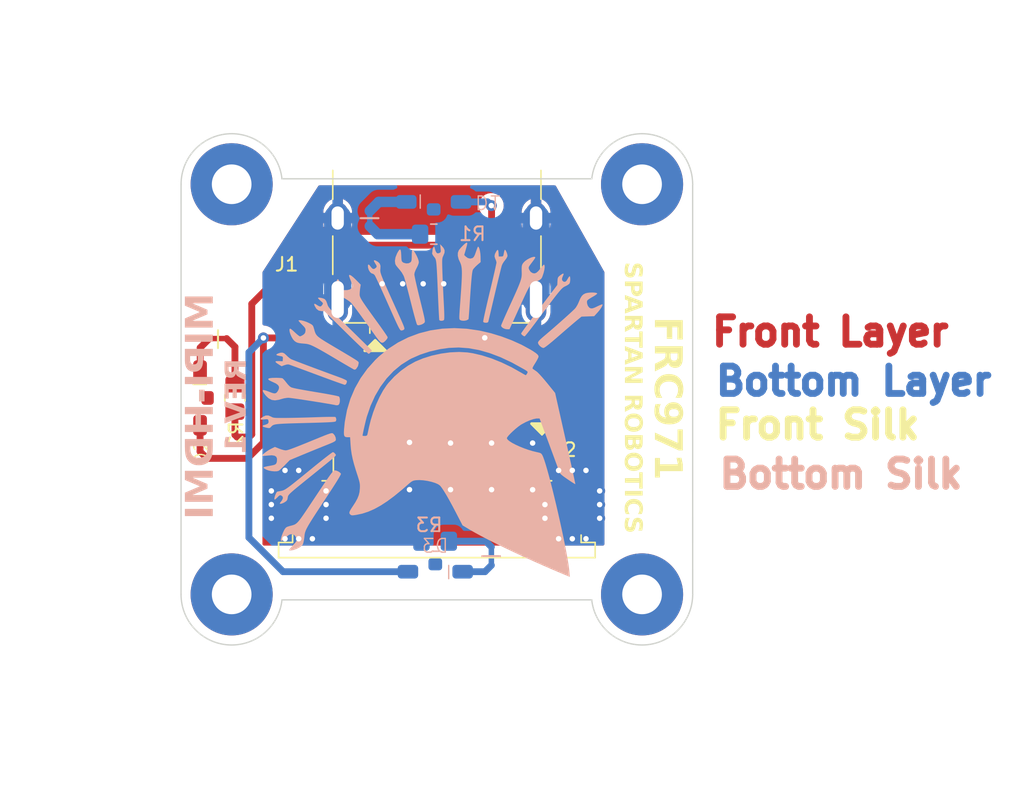
<source format=kicad_pcb>
(kicad_pcb (version 20221018) (generator pcbnew)
  (title_block (title "MIPI to HDMI") (date "2023-10-28") (rev "R1") (company "MVHS ROBOTICS FRC971") (comment 1 "Alexander Lenkov") (comment 2 "Scott Berman"))
  (layers (0 "F.Cu" signal) (31 "B.Cu" signal) (34 "B.Paste" user) (35 "F.Paste" user) (36 "B.SilkS" user "B.Silkscreen") (37 "F.SilkS" user "F.Silkscreen") (38 "B.Mask" user) (39 "F.Mask" user) (44 "Edge.Cuts" user))
  (net 0 "")
  (net 1 "+3V3")
  (net 2 "/CAM_CK_P")
  (net 3 "/CAM_CK_N")
  (net 4 "/CAM_D1_P")
  (net 5 "/CAM_D1_N")
  (net 6 "/CAM_D0_P")
  (net 7 "/CAM_D0_N")
  (net 10 "/CAM_SCL")
  (net 11 "/CAM_SDA")
  (net 12 "GND")
  (net 14 "/CAM_MCLK")
  (net 15 "/PWR_DN_LS")
  (net 16 "Net-(D1-K)")
  (net 17 "Net-(D2-K)")
  (net 18 "Net-(D3-K)")
  (footprint "Connector_HDMI:HDMI_A_Molex_208658-1001_Horizontal" (layer "F.Cu") (at 113.8 77.105 90)
    (fp_text reference "J1" (at 0.045 -10.98) (layer "F.SilkS"))
    (fp_text value "HDMI")
    (pad "1" smd rect (at -3.285 -4.5 90) (size 2.6 0.3) (layers "F.Cu" "F.Paste" "F.Mask") (net 14 "/CAM_MCLK"))
    (pad "2" smd rect (at -3.285 -4 90) (size 2.6 0.3) (layers "F.Cu" "F.Paste" "F.Mask") (net 12 "GND"))
    (pad "3" smd rect (at -3.285 -3.5 90) (size 2.6 0.3) (layers "F.Cu" "F.Paste" "F.Mask") (net 15 "/PWR_DN_LS"))
    (pad "4" smd rect (at -3.285 -3 90) (size 2.6 0.3) (layers "F.Cu" "F.Paste" "F.Mask") (net 2 "/CAM_CK_P"))
    (pad "5" smd rect (at -3.285 -2.5 90) (size 2.6 0.3) (layers "F.Cu" "F.Paste" "F.Mask") (net 12 "GND"))
    (pad "6" smd rect (at -3.285 -2 90) (size 2.6 0.3) (layers "F.Cu" "F.Paste" "F.Mask") (net 3 "/CAM_CK_N"))
    (pad "7" smd rect (at -3.285 -1.5 90) (size 2.6 0.3) (layers "F.Cu" "F.Paste" "F.Mask") (net 4 "/CAM_D1_P"))
    (pad "8" smd rect (at -3.285 -1 90) (size 2.6 0.3) (layers "F.Cu" "F.Paste" "F.Mask") (net 12 "GND"))
    (pad "9" smd rect (at -3.285 -0.5 90) (size 2.6 0.3) (layers "F.Cu" "F.Paste" "F.Mask") (net 5 "/CAM_D1_N"))
    (pad "10" smd rect (at -3.285 0 90) (size 2.6 0.3) (layers "F.Cu" "F.Paste" "F.Mask") (net 6 "/CAM_D0_P"))
    (pad "11" smd rect (at -3.285 0.5 90) (size 2.6 0.3) (layers "F.Cu" "F.Paste" "F.Mask") (net 12 "GND"))
    (pad "12" smd rect (at -3.285 1 90) (size 2.6 0.3) (layers "F.Cu" "F.Paste" "F.Mask") (net 7 "/CAM_D0_N"))
    (pad "13" smd rect (at -3.285 1.5 90) (size 2.6 0.3) (layers "F.Cu" "F.Paste" "F.Mask"))
    (pad "14" smd rect (at -3.285 2 90) (size 2.6 0.3) (layers "F.Cu" "F.Paste" "F.Mask"))
    (pad "15" smd rect (at -3.285 2.5 90) (size 2.6 0.3) (layers "F.Cu" "F.Paste" "F.Mask") (net 10 "/CAM_SCL"))
    (pad "16" smd rect (at -3.285 3 90) (size 2.6 0.3) (layers "F.Cu" "F.Paste" "F.Mask") (net 11 "/CAM_SDA"))
    (pad "17" smd rect (at -3.285 3.5 90) (size 2.6 0.3) (layers "F.Cu" "F.Paste" "F.Mask") (net 12 "GND"))
    (pad "18" smd rect (at -3.285 4 90) (size 2.6 0.3) (layers "F.Cu" "F.Paste" "F.Mask") (net 1 "+3V3"))
    (pad "19" smd rect (at -3.285 4.5 90) (size 2.6 0.3) (layers "F.Cu" "F.Paste" "F.Mask"))
    (pad "SH" thru_hole oval (at -2.525 -7.25 90) (size 3.3 1.5) (drill oval 2.7 0.9) (layers "*.Cu" "*.Mask") (net 12 "GND"))
    (pad "SH" thru_hole oval (at -2.525 7.25 90) (size 3.3 1.5) (drill oval 2.7 0.9) (layers "*.Cu" "*.Mask") (net 12 "GND"))
    (pad "SH" thru_hole oval (at 3.435 -7.25 90) (size 2.3 1.5) (drill oval 1.7 0.9) (layers "*.Cu" "*.Mask") (net 12 "GND"))
    (pad "SH" thru_hole oval (at 3.435 7.25 90) (size 2.3 1.5) (drill oval 1.7 0.9) (layers "*.Cu" "*.Mask") (net 12 "GND"))
  )
  (footprint "Resistor_SMD:R_0805_2012Metric_Pad1.20x1.40mm_HandSolder" (layer "F.Cu") (at 99.04 86.83 -90)
    (fp_text reference "R2" (at 2.68 -0.09 90) (layer "F.SilkS") (effects (justify mirror)))
    (fp_text value "60")
    (pad "1" smd roundrect (at -1 0 270) (size 1.2 1.4) (layers "F.Cu" "F.Paste" "F.Mask") (roundrect_rratio 0.2083333333) (net 17 "Net-(D2-K)"))
    (pad "2" smd roundrect (at 1 0 270) (size 1.2 1.4) (layers "F.Cu" "F.Paste" "F.Mask") (roundrect_rratio 0.2083333333) (net 12 "GND"))
  )
  (footprint "Connector_FFC-FPC:TE_1-84953-5_1x15-1MP_P1.0mm_Horizontal" (layer "F.Cu") (at 113.8 93.8)
    (fp_text reference "J2" (at 9.357 -3.178) (layer "F.SilkS"))
    (fp_text value "1-84953-5")
    (pad "1" smd rect (at 7 -1.8) (size 0.61 2) (layers "F.Cu" "F.Paste" "F.Mask") (net 12 "GND"))
    (pad "2" smd rect (at 6 -1.8) (size 0.61 2) (layers "F.Cu" "F.Paste" "F.Mask") (net 7 "/CAM_D0_N"))
    (pad "3" smd rect (at 5 -1.8) (size 0.61 2) (layers "F.Cu" "F.Paste" "F.Mask") (net 6 "/CAM_D0_P"))
    (pad "4" smd rect (at 4 -1.8) (size 0.61 2) (layers "F.Cu" "F.Paste" "F.Mask") (net 12 "GND"))
    (pad "5" smd rect (at 3 -1.8) (size 0.61 2) (layers "F.Cu" "F.Paste" "F.Mask") (net 5 "/CAM_D1_N"))
    (pad "6" smd rect (at 2 -1.8) (size 0.61 2) (layers "F.Cu" "F.Paste" "F.Mask") (net 4 "/CAM_D1_P"))
    (pad "7" smd rect (at 1 -1.8) (size 0.61 2) (layers "F.Cu" "F.Paste" "F.Mask") (net 12 "GND"))
    (pad "8" smd rect (at 0 -1.8) (size 0.61 2) (layers "F.Cu" "F.Paste" "F.Mask") (net 3 "/CAM_CK_N"))
    (pad "9" smd rect (at -1 -1.8) (size 0.61 2) (layers "F.Cu" "F.Paste" "F.Mask") (net 2 "/CAM_CK_P"))
    (pad "10" smd rect (at -2 -1.8) (size 0.61 2) (layers "F.Cu" "F.Paste" "F.Mask") (net 12 "GND"))
    (pad "11" smd rect (at -3 -1.8) (size 0.61 2) (layers "F.Cu" "F.Paste" "F.Mask") (net 15 "/PWR_DN_LS"))
    (pad "12" smd rect (at -4 -1.8) (size 0.61 2) (layers "F.Cu" "F.Paste" "F.Mask") (net 14 "/CAM_MCLK"))
    (pad "13" smd rect (at -5 -1.8) (size 0.61 2) (layers "F.Cu" "F.Paste" "F.Mask") (net 10 "/CAM_SCL"))
    (pad "14" smd rect (at -6 -1.8) (size 0.61 2) (layers "F.Cu" "F.Paste" "F.Mask") (net 11 "/CAM_SDA"))
    (pad "15" smd rect (at -7 -1.8) (size 0.61 2) (layers "F.Cu" "F.Paste" "F.Mask") (net 1 "+3V3"))
    (pad "16" smd rect (at -9.99 1) (size 2.68 3.6) (layers "F.Cu" "F.Paste" "F.Mask") (net 12 "GND"))
    (pad "17" smd rect (at 9.99 1) (size 2.68 3.6) (layers "F.Cu" "F.Paste" "F.Mask") (net 12 "GND"))
  )
  (footprint "MountingHole:MountingHole_2.7mm_Pad" (layer "F.Cu") (at 128.8 71.2)
    (fp_text reference "H1")
    (fp_text value "M2.5 Mounting Hole")
    (pad "1" thru_hole circle (at 0 0) (size 6 6) (drill 2.9) (layers "*.Cu" "*.Mask"))
  )
  (footprint "MountingHole:MountingHole_2.7mm_Pad" (layer "F.Cu") (at 128.8 101.2)
    (fp_text reference "H3")
    (fp_text value "M2.5 Mounting Hole")
    (pad "1" thru_hole circle (at 0 0) (size 6 6) (drill 2.9) (layers "*.Cu" "*.Mask"))
  )
  (footprint "MountingHole:MountingHole_2.7mm_Pad" (layer "F.Cu") (at 98.8 101.2)
    (fp_text reference "H4")
    (fp_text value "M2.5 Mounting Hole")
    (pad "1" thru_hole circle (at 0 0) (size 6 6) (drill 2.9) (layers "*.Cu" "*.Mask"))
  )
  (footprint "MountingHole:MountingHole_2.7mm_Pad" (layer "F.Cu") (at 98.8 70.2)
    (fp_text reference "H2")
    (fp_text value "M2.5 Mounting Hole")
    (pad "1" thru_hole circle (at 0 1) (size 6 6) (drill 2.9) (layers "*.Cu" "*.Mask"))
  )
  (footprint "SM1204PGC:SM1204PGC" (layer "F.Cu") (at 96.42 86.93 -90)
    (fp_text reference "D2" (at 3.87 -0.15 90 unlocked) (layer "F.SilkS") (effects (font (thickness 0.1))))
    (fp_text value "LED")
    (pad "" smd roundrect (at -0.1 -0.62 270) (size 1 0.9) (layers "F.Cu" "F.Paste" "F.Mask"))
    (pad "1" smd roundrect (at 1.9 -0.07 270) (size 1.5 1) (layers "F.Cu" "F.Paste" "F.Mask") (net 1 "+3V3"))
    (pad "2" smd roundrect (at -2.1 -0.07 270) (size 1.5 1) (layers "F.Cu" "F.Paste" "F.Mask") (net 17 "Net-(D2-K)"))
  )
  (footprint "LOGO" (layer "B.Cu") (at 113.43 87.67 180)
    (fp_text reference "G***" hide)
    (fp_text value "LOGO" hide)
  )
  (footprint "SM1204PGC:SM1204PGC" (layer "B.Cu") (at 113.665 72.42)
    (fp_text reference "D1" (at 3.9 0.09 180 unlocked) (layer "B.SilkS") (effects (font (thickness 0.1)) (justify mirror)))
    (fp_text value "LED")
    (pad "" smd roundrect (at -0.1 0.62) (size 1 0.9) (layers "B.Cu" "B.Paste" "B.Mask"))
    (pad "1" smd roundrect (at 1.9 0.07) (size 1.5 1) (layers "B.Cu" "B.Paste" "B.Mask") (net 1 "+3V3"))
    (pad "2" smd roundrect (at -2.1 0.07) (size 1.5 1) (layers "B.Cu" "B.Paste" "B.Mask") (net 16 "Net-(D1-K)"))
  )
  (footprint "Resistor_SMD:R_0805_2012Metric_Pad1.20x1.40mm_HandSolder" (layer "B.Cu") (at 113.575 74.85)
    (fp_text reference "R1" (at 2.82 -0.02) (layer "B.SilkS") (effects (justify mirror)))
    (fp_text value "60")
    (pad "1" smd roundrect (at -1 0) (size 1.2 1.4) (layers "B.Cu" "B.Paste" "B.Mask") (roundrect_rratio 0.2083333333) (net 16 "Net-(D1-K)"))
    (pad "2" smd roundrect (at 1 0) (size 1.2 1.4) (layers "B.Cu" "B.Paste" "B.Mask") (roundrect_rratio 0.2083333333) (net 12 "GND"))
  )
  (footprint "Resistor_SMD:R_0805_2012Metric_Pad1.20x1.40mm_HandSolder" (layer "B.Cu") (at 113.675 97.31 180)
    (fp_text reference "R3" (at 0.44 1.19) (layer "B.SilkS") (effects (justify mirror)))
    (fp_text value "60")
    (pad "1" smd roundrect (at -1 0 180) (size 1.2 1.4) (layers "B.Cu" "B.Paste" "B.Mask") (roundrect_rratio 0.2083333333) (net 18 "Net-(D3-K)"))
    (pad "2" smd roundrect (at 1 0 180) (size 1.2 1.4) (layers "B.Cu" "B.Paste" "B.Mask") (roundrect_rratio 0.2083333333) (net 12 "GND"))
  )
  (footprint "SM1204PGC:SM1204PGC" (layer "B.Cu") (at 113.585 99.61 180)
    (fp_text reference "D3" (at -0.09 1.96 unlocked) (layer "B.SilkS") (effects (font (thickness 0.1)) (justify mirror)))
    (fp_text value "LED")
    (pad "" smd roundrect (at -0.1 0.62 180) (size 1 0.9) (layers "B.Cu" "B.Paste" "B.Mask"))
    (pad "1" smd roundrect (at 1.9 0.07 180) (size 1.5 1) (layers "B.Cu" "B.Paste" "B.Mask") (net 1 "+3V3"))
    (pad "2" smd roundrect (at -2.1 0.07 180) (size 1.5 1) (layers "B.Cu" "B.Paste" "B.Mask") (net 18 "Net-(D3-K)"))
  )
  (gr_line (start 109.53 73.68) (end 108.23 73.68) (stroke (width 0.15)) (layer "B.SilkS"))
  (gr_line (start 118.415 98.4) (end 117.115 98.4) (stroke (width 0.15)) (layer "B.SilkS"))
  (gr_poly (pts (xy 109.29 82.616) (xy 110.052 83.378) (xy 108.528 83.378)) (stroke (width 0.2)) (fill solid) (layer "F.SilkS"))
  (gr_poly (pts (xy 121.482 89.474) (xy 120.72 88.712) (xy 122.244 88.712)) (stroke (width 0.2)) (fill solid) (layer "F.SilkS"))
  (gr_line (start 97.8 81.88) (end 97.8 83.18) (stroke (width 0.15)) (layer "F.SilkS"))
  (gr_line (start 125.124001 70.8) (end 102.475999 70.8) (stroke (width 0.1)) (layer "Edge.Cuts"))
  (gr_arc (start 95.102302 71.2) (mid 98.599706 67.507731) (end 102.475999 70.8) (stroke (width 0.1)) (layer "Edge.Cuts"))
  (gr_arc (start 102.479 101.6) (mid 98.599706 104.895257) (end 95.099319 101.2) (stroke (width 0.1)) (layer "Edge.Cuts"))
  (gr_line (start 132.497698 71.2) (end 132.5 101.2) (stroke (width 0.1)) (layer "Edge.Cuts"))
  (gr_line (start 95.102302 71.2) (end 95.099319 101.2) (stroke (width 0.1)) (layer "Edge.Cuts"))
  (gr_arc (start 132.5 101.2) (mid 129.000311 104.894574) (end 125.121689 101.600034) (stroke (width 0.1)) (layer "Edge.Cuts"))
  (gr_line (start 102.479 101.6) (end 125.122 101.6) (stroke (width 0.1)) (layer "Edge.Cuts"))
  (gr_arc (start 125.124001 70.8) (mid 129.000294 67.507731) (end 132.497698 71.2) (stroke (width 0.1)) (layer "Edge.Cuts"))
  (gr_text "Front Layer" (at 133.66 83.17) (layer "F.Cu") (effects (font (size 2 2) (thickness 0.5) bold) (justify left bottom)))
  (gr_text "Bottom Layer" (at 133.94 86.77) (layer "B.Cu") (effects (font (size 2 2) (thickness 0.5) bold) (justify left bottom)))
  (gr_text "REV 1" (at 99.201 87.442 90) (layer "B.SilkS") (effects (font (size 1.524 1.524) (thickness 0.3175) bold) (justify mirror)))
  (gr_text "Bottom Silk" (at 134.2 93.57) (layer "B.SilkS") (effects (font (size 2 2) (thickness 0.5) bold) (justify left bottom)))
  (gr_text "MIPI-HDMI" (at 96.59 87.442 90) (layer "B.SilkS") (effects (font (size 2 2) (thickness 0.5) bold) (justify mirror)))
  (gr_text "SPARTAN ROBOTICS" (at 127.333 86.81 270) (layer "F.SilkS") (effects (font (size 1.27 1.27) (thickness 0.3175) bold) (justify bottom)))
  (gr_text "Front Silk" (at 133.92 89.97) (layer "F.SilkS") (effects (font (size 2 2) (thickness 0.5) bold) (justify left bottom)))
  (gr_text "FRC971" (at 129.4 86.86 270) (layer "F.SilkS") (effects (font (size 2 2) (thickness 0.3175) bold) (justify bottom)))
  (segment (start 117.8 76.605) (end 117.8 72.88) (width 0.5) (layer "F.Cu") (net 1))
  (segment (start 99.96 91.25) (end 101.1195 90.0905) (width 0.5) (layer "F.Cu") (net 1))
  (segment (start 102.77 82.59) (end 102.77 86.229949) (width 0.5) (layer "F.Cu") (net 1))
  (segment (start 96.99 91.25) (end 99.96 91.25) (width 0.5) (layer "F.Cu") (net 1))
  (segment (start 102.77 82.44) (end 102.77 82.59) (width 0.5) (layer "F.Cu") (net 1))
  (segment (start 96.49 88.83) (end 96.49 90.75) (width 0.5) (layer "F.Cu") (net 1))
  (segment (start 106.8 90.259949) (end 106.8 92) (width 0.5) (layer "F.Cu") (net 1))
  (segment (start 102.77 78.510001) (end 102.77 82.44) (width 0.5) (layer "F.Cu") (net 1))
  (segment (start 105.6244 75.6556) (end 102.77 78.510001) (width 0.5) (layer "F.Cu") (net 1))
  (segment (start 102.77 86.229949) (end 106.8 90.259949) (width 0.5) (layer "F.Cu") (net 1))
  (segment (start 96.49 90.75) (end 96.99 91.25) (width 0.5) (layer "F.Cu") (net 1))
  (segment (start 101.1195 90.0905) (end 101.1195 82.44) (width 0.5) (layer "F.Cu") (net 1))
  (segment (start 117.8 80.39) (end 117.8 76.605) (width 0.3) (layer "F.Cu") (net 1))
  (segment (start 116.8506 75.6556) (end 105.6244 75.6556) (width 0.5) (layer "F.Cu") (net 1))
  (segment (start 102.62 82.44) (end 102.77 82.59) (width 0.5) (layer "F.Cu") (net 1))
  (segment (start 101.1195 82.44) (end 102.62 82.44) (width 0.5) (layer "F.Cu") (net 1))
  (segment (start 116.8506 75.6556) (end 117.8 76.605) (width 0.5) (layer "F.Cu") (net 1))
  (via (at 117.78 72.76) (size 0.8) (drill 0.4) (layers "F.Cu" "B.Cu") (net 1))
  (via (at 101.1195 82.44) (size 0.8) (drill 0.4) (layers "F.Cu" "B.Cu") (net 1))
  (segment (start 115.565 72.49) (end 117.51 72.49) (width 0.5) (layer "B.Cu") (net 1))
  (segment (start 100.06 83.4995) (end 101.1195 82.44) (width 0.5) (layer "B.Cu") (net 1))
  (segment (start 100.06 97.04) (end 100.06 83.4995) (width 0.5) (layer "B.Cu") (net 1))
  (segment (start 117.51 72.49) (end 117.78 72.76) (width 0.5) (layer "B.Cu") (net 1))
  (segment (start 111.685 99.54) (end 102.56 99.54) (width 0.5) (layer "B.Cu") (net 1))
  (segment (start 102.56 99.54) (end 100.06 97.04) (width 0.5) (layer "B.Cu") (net 1))
  (segment (start 112.84674 89.733202) (end 112.85127 89.733202) (width 0.40132) (layer "F.Cu") (net 2))
  (segment (start 112.994904 90.172095) (end 112.994904 89.881366) (width 0.40132) (layer "F.Cu") (net 2))
  (segment (start 112.994904 89.881366) (end 112.84674 89.733202) (width 0.40132) (layer "F.Cu") (net 2))
  (segment (start 111.01974 87.03208) (end 111.01974 87.906202) (width 0.40132) (layer "F.Cu") (net 2))
  (segment (start 110.8 82.094) (end 111.01974 82.31374) (width 0.3) (layer "F.Cu") (net 2))
  (segment (start 111.01974 82.31374) (end 111.01974 84.614) (width 0.40132) (layer "F.Cu") (net 2))
  (segment (start 112.799 90.367999) (end 112.994904 90.172095) (width 0.40132) (layer "F.Cu") (net 2))
  (segment (start 110.8 80.39) (end 110.8 82.094) (width 0.3) (layer "F.Cu") (net 2))
  (segment (start 111.01974 87.906202) (end 112.84674 89.733202) (width 0.40132) (layer "F.Cu") (net 2))
  (segment (start 112.799 91.868) (end 112.799 90.367999) (width 0.40132) (layer "F.Cu") (net 2))
  (segment (start 110.71748 84.91626) (end 109.921 84.91626) (width 0.40132) (layer "F.Cu") (net 2))
  (segment (start 109.921 86.72982) (end 110.71748 86.72982) (width 0.40132) (layer "F.Cu") (net 2))
  (arc (start 111.01974 84.614) (mid 110.93121 84.82773) (end 110.71748 84.91626) (width 0.40132) (layer "F.Cu") (net 2))
  (arc (start 109.01422 85.82304) (mid 109.27981 86.46423) (end 109.921 86.72982) (width 0.40132) (layer "F.Cu") (net 2))
  (arc (start 110.71748 86.72982) (mid 110.93121 86.81835) (end 111.01974 87.03208) (width 0.40132) (layer "F.Cu") (net 2))
  (arc (start 109.921 84.91626) (mid 109.27981 85.18185) (end 109.01422 85.82304) (width 0.40132) (layer "F.Cu") (net 2))
  (segment (start 111.8 82.138) (end 111.62426 82.31374) (width 0.3) (layer "F.Cu") (net 3))
  (segment (start 111.62426 87.03208) (end 111.62426 87.655798) (width 0.40132) (layer "F.Cu") (net 3))
  (segment (start 113.799 90.367999) (end 113.799 91.868) (width 0.40132) (layer "F.Cu") (net 3))
  (segment (start 113.60126 90.170259) (end 113.799 90.367999) (width 0.40132) (layer "F.Cu") (net 3))
  (segment (start 109.921 86.1253) (end 110.71748 86.1253) (width 0.40132) (layer "F.Cu") (net 3))
  (segment (start 111.8 80.39) (end 111.8 82.138) (width 0.3) (layer "F.Cu") (net 3))
  (segment (start 113.60126 89.732798) (end 113.60126 90.170259) (width 0.40132) (layer "F.Cu") (net 3))
  (segment (start 113.59934 89.630878) (end 113.59934 89.732798) (width 0.40132) (layer "F.Cu") (net 3))
  (segment (start 110.71748 85.52078) (end 109.921 85.52078) (width 0.40132) (layer "F.Cu") (net 3))
  (segment (start 111.62426 82.31374) (end 111.62426 84.614) (width 0.40132) (layer "F.Cu") (net 3))
  (segment (start 111.62426 87.655798) (end 113.59934 89.630878) (width 0.40132) (layer "F.Cu") (net 3))
  (arc (start 111.62426 84.614) (mid 111.35867 85.25519) (end 110.71748 85.52078) (width 0.40132) (layer "F.Cu") (net 3))
  (arc (start 109.921 85.52078) (mid 109.70727 85.60931) (end 109.61874 85.82304) (width 0.40132) (layer "F.Cu") (net 3))
  (arc (start 109.61874 85.82304) (mid 109.70727 86.03677) (end 109.921 86.1253) (width 0.40132) (layer "F.Cu") (net 3))
  (arc (start 110.71748 86.1253) (mid 111.35867 86.39089) (end 111.62426 87.03208) (width 0.40132) (layer "F.Cu") (net 3))
  (segment (start 115.072179 86.770519) (end 115.072179 86.77052) (width 0.40132) (layer "F.Cu") (net 4))
  (segment (start 115.799 91.868) (end 115.799 90.367999) (width 0.40132) (layer "F.Cu") (net 4))
  (segment (start 113.460162 87.100161) (end 112.51774 86.15774) (width 0.40132) (layer "F.Cu") (net 4))
  (segment (start 115.17 88.810637) (end 115.17 88.809999) (width 0.40132) (layer "F.Cu") (net 4))
  (segment (start 112.51774 86.15774) (end 112.51774 82.373245) (width 0.40132) (layer "F.Cu") (net 4))
  (segment (start 113.46016 87.10016) (end 113.460162 87.100161) (width 0.40132) (layer "F.Cu") (net 4))
  (segment (start 112.3 82.155505) (end 112.51774 82.373245) (width 0.3) (layer "F.Cu") (net 4))
  (segment (start 115.072179 86.77052) (end 114.742538 87.10016) (width 0.40132) (layer "F.Cu") (net 4))
  (segment (start 115.17 87.527621) (end 115.49964 87.19798) (width 0.40132) (layer "F.Cu") (net 4))
  (segment (start 116 89.640637) (end 115.17 88.810637) (width 0.40132) (layer "F.Cu") (net 4))
  (segment (start 116 90.166999) (end 116 89.640637) (width 0.40132) (layer "F.Cu") (net 4))
  (segment (start 112.3 80.39) (end 112.3 82.155505) (width 0.3) (layer "F.Cu") (net 4))
  (segment (start 115.799 90.367999) (end 116 90.166999) (width 0.40132) (layer "F.Cu") (net 4))
  (arc (start 115.49964 87.19798) (mid 115.58817 86.98425) (end 115.49964 86.77052) (width 0.40132) (layer "F.Cu") (net 4))
  (arc (start 115.17 88.809999) (mid 114.904411 88.16881) (end 115.17 87.527621) (width 0.40132) (layer "F.Cu") (net 4))
  (arc (start 115.49964 86.77052) (mid 115.28591 86.681989) (end 115.072179 86.770519) (width 0.40132) (layer "F.Cu") (net 4))
  (arc (start 114.742538 87.10016) (mid 114.101349 87.365749) (end 113.46016 87.10016) (width 0.40132) (layer "F.Cu") (net 4))
  (segment (start 116.60126 89.48634) (end 116.60126 90.170259) (width 0.40132) (layer "F.Cu") (net 5))
  (segment (start 113.12226 82.373245) (end 113.12226 85.90734) (width 0.40132) (layer "F.Cu") (net 5))
  (segment (start 114.31508 86.672701) (end 114.644722 86.34306) (width 0.40132) (layer "F.Cu") (net 5))
  (segment (start 115.927099 87.625439) (end 115.597459 87.95508) (width 0.40132) (layer "F.Cu") (net 5))
  (segment (start 116.60126 90.170259) (end 116.799 90.367999) (width 0.40132) (layer "F.Cu") (net 5))
  (segment (start 113.12226 85.90734) (end 113.88762 86.672701) (width 0.40132) (layer "F.Cu") (net 5))
  (segment (start 116.799 90.367999) (end 116.799 91.868) (width 0.40132) (layer "F.Cu") (net 5))
  (segment (start 113.3 80.39) (end 113.3 82.195505) (width 0.3) (layer "F.Cu") (net 5))
  (segment (start 113.3 82.195505) (end 113.12226 82.373245) (width 0.3) (layer "F.Cu") (net 5))
  (segment (start 116.60132 89.386401) (end 116.60132 89.48634) (width 0.40132) (layer "F.Cu") (net 5))
  (segment (start 115.597459 88.38254) (end 116.60132 89.386401) (width 0.40132) (layer "F.Cu") (net 5))
  (arc (start 115.597459 87.95508) (mid 115.508929 88.16881) (end 115.597459 88.38254) (width 0.40132) (layer "F.Cu") (net 5))
  (arc (start 113.88762 86.672701) (mid 114.10135 86.761231) (end 114.31508 86.672701) (width 0.40132) (layer "F.Cu") (net 5))
  (arc (start 114.644722 86.34306) (mid 115.285911 86.077472) (end 115.927099 86.343061) (width 0.40132) (layer "F.Cu") (net 5))
  (arc (start 115.927099 86.343061) (mid 116.192688 86.98425) (end 115.927099 87.625439) (width 0.40132) (layer "F.Cu") (net 5))
  (segment (start 118.799 90.367999) (end 118.99674 90.170259) (width 0.40132) (layer "F.Cu") (net 6))
  (segment (start 115.259104 83.93) (end 113.96774 82.638636) (width 0.40132) (layer "F.Cu") (net 6))
  (segment (start 118.99674 90.170259) (end 118.99674 84.74166) (width 0.40132) (layer "F.Cu") (net 6))
  (segment (start 113.96774 82.638636) (end 113.96774 82.388236) (width 0.40132) (layer "F.Cu") (net 6))
  (segment (start 118.99674 84.74166) (end 118.18508 83.93) (width 0.40132) (layer "F.Cu") (net 6))
  (segment (start 113.8 82.220496) (end 113.96774 82.388236) (width 0.3) (layer "F.Cu") (net 6))
  (segment (start 113.8 80.39) (end 113.8 82.220496) (width 0.3) (layer "F.Cu") (net 6))
  (segment (start 118.799 91.868) (end 118.799 90.367999) (width 0.40132) (layer "F.Cu") (net 6))
  (segment (start 118.18508 83.93) (end 115.259104 83.93) (width 0.40132) (layer "F.Cu") (net 6))
  (segment (start 119.60126 90.170259) (end 119.60126 84.49126) (width 0.40132) (layer "F.Cu") (net 7))
  (segment (start 119.799 91.868) (end 119.799 90.367999) (width 0.40132) (layer "F.Cu") (net 7))
  (segment (start 119.60126 84.49126) (end 118.43868 83.32868) (width 0.40132) (layer "F.Cu") (net 7))
  (segment (start 114.8 82.160496) (end 114.57226 82.388236) (width 0.3) (layer "F.Cu") (net 7))
  (segment (start 114.8 80.39) (end 114.8 82.160496) (width 0.3) (layer "F.Cu") (net 7))
  (segment (start 119.799 90.367999) (end 119.60126 90.170259) (width 0.40132) (layer "F.Cu") (net 7))
  (segment (start 115.512704 83.32868) (end 114.57226 82.388236) (width 0.40132) (layer "F.Cu") (net 7))
  (segment (start 118.43868 83.32868) (end 115.512704 83.32868) (width 0.40132) (layer "F.Cu") (net 7))
  (segment (start 116.3 80.39) (end 116.3 77.355) (width 0.3) (layer "F.Cu") (net 10))
  (segment (start 104.17 79.0899) (end 104.17 85.63195) (width 0.5) (layer "F.Cu") (net 10))
  (segment (start 116.3 77.355) (end 116.15 77.205) (width 0.3) (layer "F.Cu") (net 10))
  (segment (start 116.15 77.205) (end 116.0006 77.0556) (width 0.5) (layer "F.Cu") (net 10))
  (segment (start 106.2043 77.0556) (end 104.17 79.0899) (width 0.5) (layer "F.Cu") (net 10))
  (segment (start 108.8 90.26195) (end 108.8 92) (width 0.5) (layer "F.Cu") (net 10))
  (segment (start 116.0006 77.0556) (end 106.2043 77.0556) (width 0.5) (layer "F.Cu") (net 10))
  (segment (start 104.17 85.63195) (end 108.8 90.26195) (width 0.5) (layer "F.Cu") (net 10))
  (segment (start 105.91435 76.3556) (end 103.47 78.79995) (width 0.5) (layer "F.Cu") (net 11))
  (segment (start 116.3256 76.3556) (end 105.91435 76.3556) (width 0.5) (layer "F.Cu") (net 11))
  (segment (start 116.8 80.39) (end 116.8 76.83) (width 0.3) (layer "F.Cu") (net 11))
  (segment (start 103.47 78.79995) (end 103.47 85.94) (width 0.5) (layer "F.Cu") (net 11))
  (segment (start 116.8 76.83) (end 116.3256 76.3556) (width 0.5) (layer "F.Cu") (net 11))
  (segment (start 103.47 85.94) (end 104.22 86.69) (width 0.5) (layer "F.Cu") (net 11))
  (segment (start 104.2381 86.69) (end 107.8 90.2519) (width 0.5) (layer "F.Cu") (net 11))
  (segment (start 104.22 86.69) (end 104.2381 86.69) (width 0.5) (layer "F.Cu") (net 11))
  (segment (start 107.8 90.2519) (end 107.8 92) (width 0.5) (layer "F.Cu") (net 11))
  (segment (start 117.799 91.868) (end 117.799 90.131) (width 0.5) (layer "F.Cu") (net 12))
  (segment (start 111.3 80.39) (end 111.3 78.48) (width 0.3) (layer "F.Cu") (net 12))
  (segment (start 117.3 80.39) (end 117.3 82.43) (width 0.3) (layer "F.Cu") (net 12))
  (segment (start 99.2 89.69) (end 100.08 89.69) (width 0.5) (layer "F.Cu") (net 12))
  (segment (start 100.08 89.69) (end 100.27 89.5) (width 0.5) (layer "F.Cu") (net 12))
  (segment (start 114.799 93.538) (end 114.799 91.868) (width 0.5) (layer "F.Cu") (net 12))
  (segment (start 117.799 93.538) (end 117.799 91.868) (width 0.5) (layer "F.Cu") (net 12))
  (segment (start 120.799 91.868) (end 120.799 90.131) (width 0.5) (layer "F.Cu") (net 12))
  (segment (start 114.3 80.39) (end 114.3 78.48) (width 0.3) (layer "F.Cu") (net 12))
  (segment (start 120.799 91.868) (end 120.799 93.467) (width 0.5) (layer "F.Cu") (net 12))
  (segment (start 114.799 91.868) (end 114.799 90.131) (width 0.5) (layer "F.Cu") (net 12))
  (segment (start 100.27 79.95) (end 106.55 73.67) (width 0.5) (layer "F.Cu") (net 12))
  (segment (start 100.27 89.5) (end 100.27 79.95) (width 0.5) (layer "F.Cu") (net 12))
  (segment (start 112.8 80.39) (end 112.8 78.48) (width 0.3) (layer "F.Cu") (net 12))
  (segment (start 111.799 93.538) (end 111.799 91.868) (width 0.5) (layer "F.Cu") (net 12))
  (segment (start 109.8 80.39) (end 109.8 78.48) (width 0.3) (layer "F.Cu") (net 12))
  (segment (start 99.04 89.53) (end 99.2 89.69) (width 0.5) (layer "F.Cu") (net 12))
  (segment (start 120.549 90.131) (end 120.55 90.13) (width 0.5) (layer "F.Cu") (net 12))
  (segment (start 99.04 87.83) (end 99.04 89.53) (width 0.5) (layer "F.Cu") (net 12))
  (segment (start 111.799 90.081) (end 111.799 91.868) (width 0.5) (layer "F.Cu") (net 12))
  (segment (start 106.55 73.74005) (end 106.55 73.67) (width 0.5) (layer "F.Cu") (net 12))
  (via (at 120.799 93.5432) (size 0.8) (drill 0.4) (layers "F.Cu" "B.Cu") (net 12))
  (via (at 103.7 97.13) (size 0.8) (drill 0.4) (layers "F.Cu" "B.Cu") (net 12))
  (via (at 104.7 97.13) (size 0.8) (drill 0.4) (layers "F.Cu" "B.Cu") (net 12))
  (via (at 105.7 93.63) (size 0.8) (drill 0.4) (layers "F.Cu" "B.Cu") (net 12))
  (via (at 102.7 92.13) (size 0.8) (drill 0.4) (layers "F.Cu" "B.Cu") (net 12))
  (via (at 124.7 97.13) (size 0.8) (drill 0.4) (layers "F.Cu" "B.Cu") (net 12))
  (via (at 123.7 92.13) (size 0.8) (drill 0.4) (layers "F.Cu" "B.Cu") (net 12))
  (via (at 112.8 78.48) (size 0.8) (drill 0.4) (layers "F.Cu" "B.Cu") (net 12))
  (via (at 122.7 92.13) (size 0.8) (drill 0.4) (layers "F.Cu" "B.Cu") (net 12))
  (via (at 111.3 78.48) (size 0.8) (drill 0.4) (layers "F.Cu" "B.Cu") (net 12))
  (via (at 122.7 97.13) (size 0.8) (drill 0.4) (layers "F.Cu" "B.Cu") (net 12))
  (via (at 109.8 78.48) (size 0.8) (drill 0.4) (layers "F.Cu" "B.Cu") (net 12))
  (via (at 114.8 90.13) (size 0.8) (drill 0.4) (layers "F.Cu" "B.Cu") (net 12))
  (via (at 101.7 93.63) (size 0.8) (drill 0.4) (layers "F.Cu" "B.Cu") (net 12))
  (via (at 117.799 93.538) (size 0.8) (drill 0.4) (layers "F.Cu" "B.Cu") (net 12))
  (via (at 111.8 90.08) (size 0.8) (drill 0.4) (layers "F.Cu" "B.Cu") (net 12))
  (via (at 105.7 94.63) (size 0.8) (drill 0.4) (layers "F.Cu" "B.Cu") (net 12))
  (via (at 111.799 93.538) (size 0.8) (drill 0.4) (layers "F.Cu" "B.Cu") (net 12))
  (via (at 105.7 95.63) (size 0.8) (drill 0.4) (layers "F.Cu" "B.Cu") (net 12))
  (via (at 102.7 97.13) (size 0.8) (drill 0.4) (layers "F.Cu" "B.Cu") (net 12))
  (via (at 121.7 95.63) (size 0.8) (drill 0.4) (layers "F.Cu" "B.Cu") (net 12))
  (via (at 114.799 93.538) (size 0.8) (drill 0.4) (layers "F.Cu" "B.Cu") (net 12))
  (via (at 125.7 95.63) (size 0.8) (drill 0.4) (layers "F.Cu" "B.Cu") (net 12))
  (via (at 117.3 82.43) (size 0.8) (drill 0.4) (layers "F.Cu" "B.Cu") (net 12))
  (via (at 125.7 93.63) (size 0.8) (drill 0.4) (layers "F.Cu" "B.Cu") (net 12))
  (via (at 121.7 94.63) (size 0.8) (drill 0.4) (layers "F.Cu" "B.Cu") (net 12))
  (via (at 114.3 78.48) (size 0.8) (drill 0.4) (layers "F.Cu" "B.Cu") (net 12))
  (via (at 123.7 97.13) (size 0.8) (drill 0.4) (layers "F.Cu" "B.Cu") (net 12))
  (via (at 125.7 94.63) (size 0.8) (drill 0.4) (layers "F.Cu" "B.Cu") (net 12))
  (via (at 117.8 90.13) (size 0.8) (drill 0.4) (layers "F.Cu" "B.Cu") (net 12))
  (via (at 101.7 95.63) (size 0.8) (drill 0.4) (layers "F.Cu" "B.Cu") (net 12))
  (via (at 124.7 92.13) (size 0.8) (drill 0.4) (layers "F.Cu" "B.Cu") (net 12))
  (via (at 103.7 92.13) (size 0.8) (drill 0.4) (layers "F.Cu" "B.Cu") (net 12))
  (via (at 120.8 90.13) (size 0.8) (drill 0.4) (layers "F.Cu" "B.Cu") (net 12))
  (via (at 101.7 94.63) (size 0.8) (drill 0.4) (layers "F.Cu" "B.Cu") (net 12))
  (segment (start 121.05 73.67) (end 121.05 79.63) (width 2) (layer "B.Cu") (net 12))
  (segment (start 106.55 73.67) (end 106.55 79.63) (width 2) (layer "B.Cu") (net 12))
  (segment (start 108.612 82.579) (end 105.919 82.579) (width 0.5) (layer "F.Cu") (net 14))
  (segment (start 109.3 81.893) (end 108.613 82.58) (width 0.3) (layer "F.Cu") (net 14))
  (segment (start 105.146 85.618) (end 109.8 90.272) (width 0.5) (layer "F.Cu") (net 14))
  (segment (start 109.3 80.39) (end 109.3 81.893) (width 0.3) (layer "F.Cu") (net 14))
  (segment (start 108.613 82.58) (end 108.612 82.579) (width 0.5) (layer "F.Cu") (net 14))
  (segment (start 105.919 82.579) (end 105.146 83.352) (width 0.5) (layer "F.Cu") (net 14))
  (segment (start 109.8 90.272) (end 109.8 92) (width 0.5) (layer "F.Cu") (net 14))
  (segment (start 105.146 83.352) (end 105.146 85.618) (width 0.5) (layer "F.Cu") (net 14))
  (segment (start 110.8 90.282051) (end 110.8 92) (width 0.5) (layer "F.Cu") (net 15))
  (segment (start 105.847 85.329051) (end 105.847 83.64095) (width 0.5) (layer "F.Cu") (net 15))
  (segment (start 106.52 83.279) (end 106.521 83.28) (width 0.5) (layer "F.Cu") (net 15))
  (segment (start 109.047 83.293) (end 108.478 83.293) (width 0.3) (layer "F.Cu") (net 15))
  (segment (start 110.3 82.04) (end 109.047 83.293) (width 0.3) (layer "F.Cu") (net 15))
  (segment (start 106.521 83.28) (end 108.465 83.28) (width 0.5) (layer "F.Cu") (net 15))
  (segment (start 110.3 80.39) (end 110.3 82.04) (width 0.3) (layer "F.Cu") (net 15))
  (segment (start 105.847 83.64095) (end 106.20895 83.279) (width 0.5) (layer "F.Cu") (net 15))
  (segment (start 105.847 85.329051) (end 110.8 90.282051) (width 0.5) (layer "F.Cu") (net 15))
  (segment (start 106.20895 83.279) (end 106.52 83.279) (width 0.5) (layer "F.Cu") (net 15))
  (segment (start 108.465 83.28) (end 108.478 83.293) (width 0.5) (layer "F.Cu") (net 15))
  (segment (start 109.555 72.49) (end 111.565 72.49) (width 0.762) (layer "B.Cu") (net 16))
  (segment (start 108.895 73.15) (end 109.555 72.49) (width 0.762) (layer "B.Cu") (net 16))
  (segment (start 112.575 74.85) (end 109.485 74.85) (width 0.762) (layer "B.Cu") (net 16))
  (segment (start 109.485 74.85) (end 108.895 74.26) (width 0.762) (layer "B.Cu") (net 16))
  (segment (start 108.895 74.26) (end 108.895 73.15) (width 0.4) (layer "B.Cu") (net 16))
  (segment (start 96.5 83.155) (end 96.5 84.82) (width 0.5) (layer "F.Cu") (net 17))
  (segment (start 97.17 82.485) (end 96.5 83.155) (width 0.5) (layer "F.Cu") (net 17))
  (segment (start 99.04 85.83) (end 99.04 83.095) (width 0.5) (layer "F.Cu") (net 17))
  (segment (start 96.5 84.82) (end 96.49 84.83) (width 0.5) (layer "F.Cu") (net 17))
  (segment (start 98.43 82.485) (end 97.17 82.485) (width 0.4) (layer "F.Cu") (net 17))
  (segment (start 99.04 83.095) (end 98.43 82.485) (width 0.5) (layer "F.Cu") (net 17))
  (segment (start 117.375 97.31) (end 117.785 97.72) (width 0.5) (layer "B.Cu") (net 18))
  (segment (start 117.785 97.72) (end 117.785 99.07) (width 0.4) (layer "B.Cu") (net 18))
  (segment (start 114.675 97.31) (end 117.375 97.31) (width 0.5) (layer "B.Cu") (net 18))
  (segment (start 117.785 99.07) (end 117.315 99.54) (width 0.5) (layer "B.Cu") (net 18))
  (segment (start 117.315 99.54) (end 115.685 99.54) (width 0.5) (layer "B.Cu") (net 18))
  (zone (net 0) (net_name "") (layer "F.Cu") (connect_pads thru_hole_only (clearance 0)) (min_thickness 0.254)
    (keepout (tracks allowed) (vias allowed) (pads allowed) (copperpour not_allowed) (footprints allowed))
    (fill (thermal_gap 0.3048) (thermal_bridge_width 0.762))
    (polygon (pts (xy 104.464 77.536) (xy 104.464 83.124) (xy 117.418 83.124) (xy 117.418 77.536)))
  )
  (zone (net 0) (net_name "") (layer "F.Cu") (connect_pads (clearance 0)) (min_thickness 0.25)
    (keepout (tracks allowed) (vias allowed) (pads allowed) (copperpour not_allowed) (footprints allowed))
    (fill (thermal_gap 0.5) (thermal_bridge_width 0.5))
    (polygon (pts (xy 121.02 79.61) (xy 121.17 92.96) (xy 106.12 93.06) (xy 106.12 79.61)))
  )
  (zone (net 12) (net_name "GND") (layers "F&B.Cu") (connect_pads thru_hole_only (clearance 0.508)) (min_thickness 0.254) (fill yes (thermal_gap 0.3048) (thermal_bridge_width 0.762) (smoothing fillet))
    (polygon (pts (xy 101.05 97.63) (xy 101.05 77.63) (xy 105.17 71.274) (xy 122.47 71.274) (xy 126.05 77.63) (xy 126.05 97.63)))
  )
)
</source>
